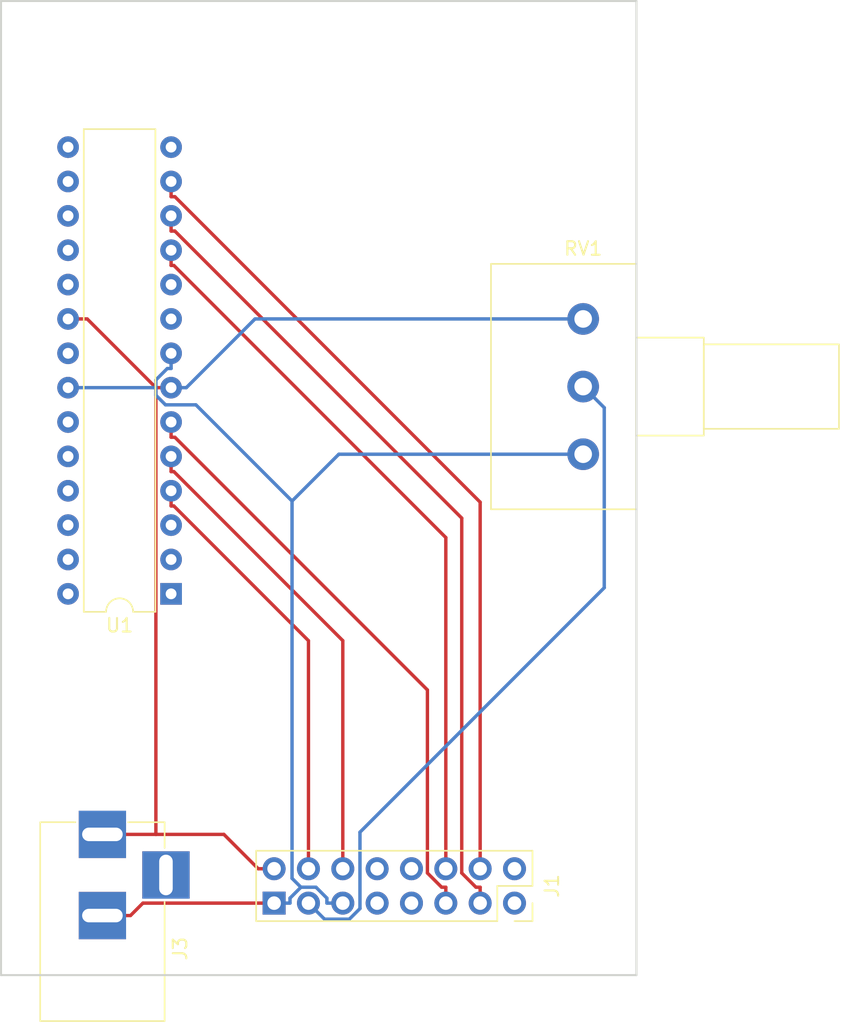
<source format=kicad_pcb>
(kicad_pcb (version 4) (host pcbnew 4.0.6+dfsg1-1)

  (general
    (links 16)
    (no_connects 0)
    (area 109.264999 111.044999 171.675001 186.945001)
    (thickness 1.6)
    (drawings 4)
    (tracks 72)
    (zones 0)
    (modules 4)
    (nets 10)
  )

  (page A4)
  (layers
    (0 F.Cu signal)
    (31 B.Cu signal)
    (33 F.Adhes user)
    (35 F.Paste user)
    (37 F.SilkS user)
    (39 F.Mask user)
    (40 Dwgs.User user)
    (41 Cmts.User user)
    (42 Eco1.User user)
    (43 Eco2.User user)
    (44 Edge.Cuts user)
    (45 Margin user)
    (47 F.CrtYd user)
    (49 F.Fab user)
  )

  (setup
    (last_trace_width 0.25)
    (trace_clearance 0.2)
    (zone_clearance 0.508)
    (zone_45_only no)
    (trace_min 0.2)
    (segment_width 0.2)
    (edge_width 0.15)
    (via_size 0.6)
    (via_drill 0.4)
    (via_min_size 0.4)
    (via_min_drill 0.3)
    (uvia_size 0.3)
    (uvia_drill 0.1)
    (uvias_allowed no)
    (uvia_min_size 0.2)
    (uvia_min_drill 0.1)
    (pcb_text_width 0.3)
    (pcb_text_size 1.5 1.5)
    (mod_edge_width 0.15)
    (mod_text_size 1 1)
    (mod_text_width 0.15)
    (pad_size 1.524 1.524)
    (pad_drill 0.762)
    (pad_to_mask_clearance 0.2)
    (aux_axis_origin 0 0)
    (visible_elements FFFFFF7F)
    (pcbplotparams
      (layerselection 0x00030_80000001)
      (usegerberextensions false)
      (excludeedgelayer true)
      (linewidth 0.100000)
      (plotframeref false)
      (viasonmask false)
      (mode 1)
      (useauxorigin false)
      (hpglpennumber 1)
      (hpglpenspeed 20)
      (hpglpendiameter 15)
      (hpglpenoverlay 2)
      (psnegative false)
      (psa4output false)
      (plotreference true)
      (plotvalue true)
      (plotinvisibletext false)
      (padsonsilk false)
      (subtractmaskfromsilk false)
      (outputformat 1)
      (mirror false)
      (drillshape 1)
      (scaleselection 1)
      (outputdirectory circuits/))
  )

  (net 0 "")
  (net 1 GND)
  (net 2 +5V)
  (net 3 "Net-(J1-Pad3)")
  (net 4 /PD2)
  (net 5 /PD3)
  (net 6 /PD4)
  (net 7 /PD5)
  (net 8 /PD6)
  (net 9 /PD7)

  (net_class Default "This is the default net class."
    (clearance 0.2)
    (trace_width 0.25)
    (via_dia 0.6)
    (via_drill 0.4)
    (uvia_dia 0.3)
    (uvia_drill 0.1)
    (add_net +5V)
    (add_net /PD2)
    (add_net /PD3)
    (add_net /PD4)
    (add_net /PD5)
    (add_net /PD6)
    (add_net /PD7)
    (add_net GND)
    (add_net "Net-(J1-Pad3)")
  )

  (module Potentiometer_THT:Potentiometer_Alps_RK163_Single_Horizontal (layer F.Cu) (tedit 5A3D4993) (tstamp 5A51E50A)
    (at 152.4 144.62)
    (descr "Potentiometer, horizontal, Alps RK163 Single, http://www.alps.com/prod/info/E/HTML/Potentiometer/RotaryPotentiometers/RK16/RK16_list.html")
    (tags "Potentiometer horizontal Alps RK163 Single")
    (path /5A4CE2EF)
    (fp_text reference RV1 (at 0 -15.2) (layer F.SilkS)
      (effects (font (size 1 1) (thickness 0.15)))
    )
    (fp_text value 5k (at 0 5.2) (layer F.Fab)
      (effects (font (size 1 1) (thickness 0.15)))
    )
    (fp_line (start -6.7 -13.95) (end -6.7 3.95) (layer F.Fab) (width 0.1))
    (fp_line (start -6.7 3.95) (end 3.8 3.95) (layer F.Fab) (width 0.1))
    (fp_line (start 3.8 3.95) (end 3.8 -13.95) (layer F.Fab) (width 0.1))
    (fp_line (start 3.8 -13.95) (end -6.7 -13.95) (layer F.Fab) (width 0.1))
    (fp_line (start 3.8 -8.5) (end 3.8 -1.5) (layer F.Fab) (width 0.1))
    (fp_line (start 3.8 -1.5) (end 8.8 -1.5) (layer F.Fab) (width 0.1))
    (fp_line (start 8.8 -1.5) (end 8.8 -8.5) (layer F.Fab) (width 0.1))
    (fp_line (start 8.8 -8.5) (end 3.8 -8.5) (layer F.Fab) (width 0.1))
    (fp_line (start 8.8 -8) (end 8.8 -2) (layer F.Fab) (width 0.1))
    (fp_line (start 8.8 -2) (end 18.8 -2) (layer F.Fab) (width 0.1))
    (fp_line (start 18.8 -2) (end 18.8 -8) (layer F.Fab) (width 0.1))
    (fp_line (start 18.8 -8) (end 8.8 -8) (layer F.Fab) (width 0.1))
    (fp_line (start -6.82 -14.07) (end 3.92 -14.07) (layer F.SilkS) (width 0.12))
    (fp_line (start -6.82 4.07) (end 3.92 4.07) (layer F.SilkS) (width 0.12))
    (fp_line (start -6.82 -14.07) (end -6.82 4.07) (layer F.SilkS) (width 0.12))
    (fp_line (start 3.92 -14.07) (end 3.92 4.07) (layer F.SilkS) (width 0.12))
    (fp_line (start 3.92 -8.62) (end 8.92 -8.62) (layer F.SilkS) (width 0.12))
    (fp_line (start 3.92 -1.38) (end 8.92 -1.38) (layer F.SilkS) (width 0.12))
    (fp_line (start 3.92 -8.62) (end 3.92 -1.38) (layer F.SilkS) (width 0.12))
    (fp_line (start 8.92 -8.62) (end 8.92 -1.38) (layer F.SilkS) (width 0.12))
    (fp_line (start 8.92 -8.12) (end 18.92 -8.12) (layer F.SilkS) (width 0.12))
    (fp_line (start 8.92 -1.879) (end 18.92 -1.879) (layer F.SilkS) (width 0.12))
    (fp_line (start 8.92 -8.12) (end 8.92 -1.879) (layer F.SilkS) (width 0.12))
    (fp_line (start 18.92 -8.12) (end 18.92 -1.879) (layer F.SilkS) (width 0.12))
    (fp_line (start -6.95 -14.2) (end -6.95 4.2) (layer F.CrtYd) (width 0.05))
    (fp_line (start -6.95 4.2) (end 19.05 4.2) (layer F.CrtYd) (width 0.05))
    (fp_line (start 19.05 4.2) (end 19.05 -14.2) (layer F.CrtYd) (width 0.05))
    (fp_line (start 19.05 -14.2) (end -6.95 -14.2) (layer F.CrtYd) (width 0.05))
    (fp_text user %R (at -1.45 -5) (layer F.Fab)
      (effects (font (size 1 1) (thickness 0.15)))
    )
    (pad 3 thru_hole circle (at 0 -10) (size 2.34 2.34) (drill 1.3) (layers *.Cu *.Mask)
      (net 2 +5V))
    (pad 2 thru_hole circle (at 0 -5) (size 2.34 2.34) (drill 1.3) (layers *.Cu *.Mask)
      (net 3 "Net-(J1-Pad3)"))
    (pad 1 thru_hole circle (at 0 0) (size 2.34 2.34) (drill 1.3) (layers *.Cu *.Mask)
      (net 1 GND))
    (model ${KISYS3DMOD}/Potentiometer_THT.3dshapes/Potentiometer_Alps_RK163_Single_Horizontal.wrl
      (at (xyz 0 0 0))
      (scale (xyz 1 1 1))
      (rotate (xyz 0 0 0))
    )
  )

  (module Package_DIP:DIP-28_W7.62mm (layer F.Cu) (tedit 5A02E8C5) (tstamp 5A51E52A)
    (at 121.92 154.94 180)
    (descr "28-lead though-hole mounted DIP package, row spacing 7.62 mm (300 mils)")
    (tags "THT DIP DIL PDIP 2.54mm 7.62mm 300mil")
    (path /5A4CDD6E)
    (fp_text reference U1 (at 3.81 -2.33 180) (layer F.SilkS)
      (effects (font (size 1 1) (thickness 0.15)))
    )
    (fp_text value ATMEGA168A-PU (at 3.81 35.35 180) (layer F.Fab)
      (effects (font (size 1 1) (thickness 0.15)))
    )
    (fp_arc (start 3.81 -1.33) (end 2.81 -1.33) (angle -180) (layer F.SilkS) (width 0.12))
    (fp_line (start 1.635 -1.27) (end 6.985 -1.27) (layer F.Fab) (width 0.1))
    (fp_line (start 6.985 -1.27) (end 6.985 34.29) (layer F.Fab) (width 0.1))
    (fp_line (start 6.985 34.29) (end 0.635 34.29) (layer F.Fab) (width 0.1))
    (fp_line (start 0.635 34.29) (end 0.635 -0.27) (layer F.Fab) (width 0.1))
    (fp_line (start 0.635 -0.27) (end 1.635 -1.27) (layer F.Fab) (width 0.1))
    (fp_line (start 2.81 -1.33) (end 1.16 -1.33) (layer F.SilkS) (width 0.12))
    (fp_line (start 1.16 -1.33) (end 1.16 34.35) (layer F.SilkS) (width 0.12))
    (fp_line (start 1.16 34.35) (end 6.46 34.35) (layer F.SilkS) (width 0.12))
    (fp_line (start 6.46 34.35) (end 6.46 -1.33) (layer F.SilkS) (width 0.12))
    (fp_line (start 6.46 -1.33) (end 4.81 -1.33) (layer F.SilkS) (width 0.12))
    (fp_line (start -1.1 -1.55) (end -1.1 34.55) (layer F.CrtYd) (width 0.05))
    (fp_line (start -1.1 34.55) (end 8.7 34.55) (layer F.CrtYd) (width 0.05))
    (fp_line (start 8.7 34.55) (end 8.7 -1.55) (layer F.CrtYd) (width 0.05))
    (fp_line (start 8.7 -1.55) (end -1.1 -1.55) (layer F.CrtYd) (width 0.05))
    (fp_text user %R (at 3.81 16.51 180) (layer F.Fab)
      (effects (font (size 1 1) (thickness 0.15)))
    )
    (pad 1 thru_hole rect (at 0 0 180) (size 1.6 1.6) (drill 0.8) (layers *.Cu *.Mask))
    (pad 15 thru_hole oval (at 7.62 33.02 180) (size 1.6 1.6) (drill 0.8) (layers *.Cu *.Mask))
    (pad 2 thru_hole oval (at 0 2.54 180) (size 1.6 1.6) (drill 0.8) (layers *.Cu *.Mask))
    (pad 16 thru_hole oval (at 7.62 30.48 180) (size 1.6 1.6) (drill 0.8) (layers *.Cu *.Mask))
    (pad 3 thru_hole oval (at 0 5.08 180) (size 1.6 1.6) (drill 0.8) (layers *.Cu *.Mask))
    (pad 17 thru_hole oval (at 7.62 27.94 180) (size 1.6 1.6) (drill 0.8) (layers *.Cu *.Mask))
    (pad 4 thru_hole oval (at 0 7.62 180) (size 1.6 1.6) (drill 0.8) (layers *.Cu *.Mask)
      (net 4 /PD2))
    (pad 18 thru_hole oval (at 7.62 25.4 180) (size 1.6 1.6) (drill 0.8) (layers *.Cu *.Mask))
    (pad 5 thru_hole oval (at 0 10.16 180) (size 1.6 1.6) (drill 0.8) (layers *.Cu *.Mask)
      (net 5 /PD3))
    (pad 19 thru_hole oval (at 7.62 22.86 180) (size 1.6 1.6) (drill 0.8) (layers *.Cu *.Mask))
    (pad 6 thru_hole oval (at 0 12.7 180) (size 1.6 1.6) (drill 0.8) (layers *.Cu *.Mask)
      (net 6 /PD4))
    (pad 20 thru_hole oval (at 7.62 20.32 180) (size 1.6 1.6) (drill 0.8) (layers *.Cu *.Mask)
      (net 2 +5V))
    (pad 7 thru_hole oval (at 0 15.24 180) (size 1.6 1.6) (drill 0.8) (layers *.Cu *.Mask)
      (net 2 +5V))
    (pad 21 thru_hole oval (at 7.62 17.78 180) (size 1.6 1.6) (drill 0.8) (layers *.Cu *.Mask))
    (pad 8 thru_hole oval (at 0 17.78 180) (size 1.6 1.6) (drill 0.8) (layers *.Cu *.Mask)
      (net 1 GND))
    (pad 22 thru_hole oval (at 7.62 15.24 180) (size 1.6 1.6) (drill 0.8) (layers *.Cu *.Mask)
      (net 1 GND))
    (pad 9 thru_hole oval (at 0 20.32 180) (size 1.6 1.6) (drill 0.8) (layers *.Cu *.Mask))
    (pad 23 thru_hole oval (at 7.62 12.7 180) (size 1.6 1.6) (drill 0.8) (layers *.Cu *.Mask))
    (pad 10 thru_hole oval (at 0 22.86 180) (size 1.6 1.6) (drill 0.8) (layers *.Cu *.Mask))
    (pad 24 thru_hole oval (at 7.62 10.16 180) (size 1.6 1.6) (drill 0.8) (layers *.Cu *.Mask))
    (pad 11 thru_hole oval (at 0 25.4 180) (size 1.6 1.6) (drill 0.8) (layers *.Cu *.Mask)
      (net 7 /PD5))
    (pad 25 thru_hole oval (at 7.62 7.62 180) (size 1.6 1.6) (drill 0.8) (layers *.Cu *.Mask))
    (pad 12 thru_hole oval (at 0 27.94 180) (size 1.6 1.6) (drill 0.8) (layers *.Cu *.Mask)
      (net 8 /PD6))
    (pad 26 thru_hole oval (at 7.62 5.08 180) (size 1.6 1.6) (drill 0.8) (layers *.Cu *.Mask))
    (pad 13 thru_hole oval (at 0 30.48 180) (size 1.6 1.6) (drill 0.8) (layers *.Cu *.Mask)
      (net 9 /PD7))
    (pad 27 thru_hole oval (at 7.62 2.54 180) (size 1.6 1.6) (drill 0.8) (layers *.Cu *.Mask))
    (pad 14 thru_hole oval (at 0 33.02 180) (size 1.6 1.6) (drill 0.8) (layers *.Cu *.Mask))
    (pad 28 thru_hole oval (at 7.62 0 180) (size 1.6 1.6) (drill 0.8) (layers *.Cu *.Mask))
    (model ${KISYS3DMOD}/Package_DIP.3dshapes/DIP-28_W7.62mm.wrl
      (at (xyz 0 0 0))
      (scale (xyz 1 1 1))
      (rotate (xyz 0 0 0))
    )
  )

  (module Connectors:BARREL_JACK (layer F.Cu) (tedit 5861378E) (tstamp 5A522A72)
    (at 116.84 172.72 90)
    (descr "DC Barrel Jack")
    (tags "Power Jack")
    (path /5A52198A)
    (fp_text reference J3 (at -8.45 5.75 270) (layer F.SilkS)
      (effects (font (size 1 1) (thickness 0.15)))
    )
    (fp_text value BARREL_JACK (at -6.2 -5.5 90) (layer F.Fab)
      (effects (font (size 1 1) (thickness 0.15)))
    )
    (fp_line (start 1 -4.5) (end 1 -4.75) (layer F.CrtYd) (width 0.05))
    (fp_line (start 1 -4.75) (end -14 -4.75) (layer F.CrtYd) (width 0.05))
    (fp_line (start 1 -4.5) (end 1 -2) (layer F.CrtYd) (width 0.05))
    (fp_line (start 1 -2) (end 2 -2) (layer F.CrtYd) (width 0.05))
    (fp_line (start 2 -2) (end 2 2) (layer F.CrtYd) (width 0.05))
    (fp_line (start 2 2) (end 1 2) (layer F.CrtYd) (width 0.05))
    (fp_line (start 1 2) (end 1 4.75) (layer F.CrtYd) (width 0.05))
    (fp_line (start 1 4.75) (end -1 4.75) (layer F.CrtYd) (width 0.05))
    (fp_line (start -1 4.75) (end -1 6.75) (layer F.CrtYd) (width 0.05))
    (fp_line (start -1 6.75) (end -5 6.75) (layer F.CrtYd) (width 0.05))
    (fp_line (start -5 6.75) (end -5 4.75) (layer F.CrtYd) (width 0.05))
    (fp_line (start -5 4.75) (end -14 4.75) (layer F.CrtYd) (width 0.05))
    (fp_line (start -14 4.75) (end -14 -4.75) (layer F.CrtYd) (width 0.05))
    (fp_line (start -5 4.6) (end -13.8 4.6) (layer F.SilkS) (width 0.12))
    (fp_line (start -13.8 4.6) (end -13.8 -4.6) (layer F.SilkS) (width 0.12))
    (fp_line (start 0.9 1.9) (end 0.9 4.6) (layer F.SilkS) (width 0.12))
    (fp_line (start 0.9 4.6) (end -1 4.6) (layer F.SilkS) (width 0.12))
    (fp_line (start -13.8 -4.6) (end 0.9 -4.6) (layer F.SilkS) (width 0.12))
    (fp_line (start 0.9 -4.6) (end 0.9 -2) (layer F.SilkS) (width 0.12))
    (fp_line (start -10.2 -4.5) (end -10.2 4.5) (layer F.Fab) (width 0.1))
    (fp_line (start -13.7 -4.5) (end -13.7 4.5) (layer F.Fab) (width 0.1))
    (fp_line (start -13.7 4.5) (end 0.8 4.5) (layer F.Fab) (width 0.1))
    (fp_line (start 0.8 4.5) (end 0.8 -4.5) (layer F.Fab) (width 0.1))
    (fp_line (start 0.8 -4.5) (end -13.7 -4.5) (layer F.Fab) (width 0.1))
    (pad 1 thru_hole rect (at 0 0 90) (size 3.5 3.5) (drill oval 1 3) (layers *.Cu *.Mask)
      (net 2 +5V))
    (pad 2 thru_hole rect (at -6 0 90) (size 3.5 3.5) (drill oval 1 3) (layers *.Cu *.Mask)
      (net 1 GND))
    (pad 3 thru_hole rect (at -3 4.7 90) (size 3.5 3.5) (drill oval 3 1) (layers *.Cu *.Mask))
  )

  (module Connector_PinSocket_2.54mm:PinSocket_2x08_P2.54mm_Vertical_R (layer F.Cu) (tedit 5A19A42B) (tstamp 5A5A34D4)
    (at 147.32 177.8 270)
    (descr "Through hole straight socket strip, 2x08, 2.54mm pitch, double cols (from Kicad 4.0.7), script generated")
    (tags "Through hole socket strip THT 2x08 2.54mm double row")
    (path /5A4D0265)
    (fp_text reference J1 (at -1.27 -2.77 270) (layer F.SilkS)
      (effects (font (size 1 1) (thickness 0.15)))
    )
    (fp_text value CONN_02X08 (at -1.27 20.55 270) (layer F.Fab)
      (effects (font (size 1 1) (thickness 0.15)))
    )
    (fp_line (start -3.81 -1.27) (end 0.27 -1.27) (layer F.Fab) (width 0.1))
    (fp_line (start 0.27 -1.27) (end 1.27 -0.27) (layer F.Fab) (width 0.1))
    (fp_line (start 1.27 -0.27) (end 1.27 19.05) (layer F.Fab) (width 0.1))
    (fp_line (start 1.27 19.05) (end -3.81 19.05) (layer F.Fab) (width 0.1))
    (fp_line (start -3.81 19.05) (end -3.81 -1.27) (layer F.Fab) (width 0.1))
    (fp_line (start -3.87 -1.33) (end -1.27 -1.33) (layer F.SilkS) (width 0.12))
    (fp_line (start -3.87 -1.33) (end -3.87 19.11) (layer F.SilkS) (width 0.12))
    (fp_line (start -3.87 19.11) (end 1.33 19.11) (layer F.SilkS) (width 0.12))
    (fp_line (start 1.33 1.27) (end 1.33 19.11) (layer F.SilkS) (width 0.12))
    (fp_line (start -1.27 1.27) (end 1.33 1.27) (layer F.SilkS) (width 0.12))
    (fp_line (start -1.27 -1.33) (end -1.27 1.27) (layer F.SilkS) (width 0.12))
    (fp_line (start 1.33 -1.33) (end 1.33 0) (layer F.SilkS) (width 0.12))
    (fp_line (start 0 -1.33) (end 1.33 -1.33) (layer F.SilkS) (width 0.12))
    (fp_line (start -4.34 -1.8) (end 1.76 -1.8) (layer F.CrtYd) (width 0.05))
    (fp_line (start 1.76 -1.8) (end 1.76 19.55) (layer F.CrtYd) (width 0.05))
    (fp_line (start 1.76 19.55) (end -4.34 19.55) (layer F.CrtYd) (width 0.05))
    (fp_line (start -4.34 19.55) (end -4.34 -1.8) (layer F.CrtYd) (width 0.05))
    (fp_text user %R (at -1.27 8.89 360) (layer F.Fab)
      (effects (font (size 1 1) (thickness 0.15)))
    )
    (pad 1 thru_hole rect (at 0 17.78 270) (size 1.7 1.7) (drill 1) (layers *.Cu *.Mask)
      (net 1 GND))
    (pad 2 thru_hole oval (at -2.54 17.78 270) (size 1.7 1.7) (drill 1) (layers *.Cu *.Mask)
      (net 2 +5V))
    (pad 3 thru_hole oval (at 0 15.24 270) (size 1.7 1.7) (drill 1) (layers *.Cu *.Mask)
      (net 3 "Net-(J1-Pad3)"))
    (pad 4 thru_hole oval (at -2.54 15.24 270) (size 1.7 1.7) (drill 1) (layers *.Cu *.Mask)
      (net 4 /PD2))
    (pad 5 thru_hole oval (at 0 12.7 270) (size 1.7 1.7) (drill 1) (layers *.Cu *.Mask)
      (net 1 GND))
    (pad 6 thru_hole oval (at -2.54 12.7 270) (size 1.7 1.7) (drill 1) (layers *.Cu *.Mask)
      (net 5 /PD3))
    (pad 7 thru_hole oval (at 0 10.16 270) (size 1.7 1.7) (drill 1) (layers *.Cu *.Mask))
    (pad 8 thru_hole oval (at -2.54 10.16 270) (size 1.7 1.7) (drill 1) (layers *.Cu *.Mask))
    (pad 9 thru_hole oval (at 0 7.62 270) (size 1.7 1.7) (drill 1) (layers *.Cu *.Mask))
    (pad 10 thru_hole oval (at -2.54 7.62 270) (size 1.7 1.7) (drill 1) (layers *.Cu *.Mask))
    (pad 11 thru_hole oval (at 0 5.08 270) (size 1.7 1.7) (drill 1) (layers *.Cu *.Mask)
      (net 6 /PD4))
    (pad 12 thru_hole oval (at -2.54 5.08 270) (size 1.7 1.7) (drill 1) (layers *.Cu *.Mask)
      (net 7 /PD5))
    (pad 13 thru_hole oval (at 0 2.54 270) (size 1.7 1.7) (drill 1) (layers *.Cu *.Mask)
      (net 8 /PD6))
    (pad 14 thru_hole oval (at -2.54 2.54 270) (size 1.7 1.7) (drill 1) (layers *.Cu *.Mask)
      (net 9 /PD7))
    (pad 15 thru_hole oval (at 0 0 270) (size 1.7 1.7) (drill 1) (layers *.Cu *.Mask))
    (pad 16 thru_hole oval (at -2.54 0 270) (size 1.7 1.7) (drill 1) (layers *.Cu *.Mask))
    (model ${KISYS3DMOD}/Connector_PinSocket_2.54mm.3dshapes/PinSocket_2x08_P2.54mm_Vertical.wrl
      (at (xyz 0 0 0))
      (scale (xyz 1 1 1))
      (rotate (xyz 0 0 0))
    )
  )

  (gr_line (start 109.34 111.12) (end 109.34 183.12) (layer Edge.Cuts) (width 0.15) (tstamp 5A521241))
  (gr_line (start 109.34 183.12) (end 156.34 183.12) (layer Edge.Cuts) (width 0.15) (tstamp 5A521223))
  (gr_line (start 156.34 111.12) (end 156.34 183.12) (layer Edge.Cuts) (width 0.15))
  (gr_line (start 109.34 111.12) (end 156.34 111.12) (layer Edge.Cuts) (width 0.15))

  (segment (start 114.3 139.7) (end 115.4253 139.7) (width 0.25) (layer B.Cu) (net 1))
  (segment (start 119.8353 177.8) (end 118.9153 178.72) (width 0.25) (layer F.Cu) (net 1))
  (segment (start 129.54 177.8) (end 119.8353 177.8) (width 0.25) (layer F.Cu) (net 1))
  (segment (start 116.84 178.72) (end 118.9153 178.72) (width 0.25) (layer F.Cu) (net 1))
  (segment (start 115.4253 139.7) (end 120.7946 139.7) (width 0.25) (layer B.Cu) (net 1))
  (segment (start 121.6387 138.2853) (end 121.92 138.2853) (width 0.25) (layer B.Cu) (net 1))
  (segment (start 120.7946 139.1294) (end 121.6387 138.2853) (width 0.25) (layer B.Cu) (net 1))
  (segment (start 120.7946 139.7) (end 120.7946 139.1294) (width 0.25) (layer B.Cu) (net 1))
  (segment (start 121.92 137.16) (end 121.92 138.2853) (width 0.25) (layer B.Cu) (net 1))
  (segment (start 134.62 177.8) (end 133.4447 177.8) (width 0.25) (layer B.Cu) (net 1))
  (segment (start 129.54 177.8) (end 130.7153 177.8) (width 0.25) (layer B.Cu) (net 1))
  (segment (start 120.7946 140.2557) (end 120.7946 139.7) (width 0.25) (layer B.Cu) (net 1))
  (segment (start 121.5089 140.97) (end 120.7946 140.2557) (width 0.25) (layer B.Cu) (net 1))
  (segment (start 123.7565 140.97) (end 121.5089 140.97) (width 0.25) (layer B.Cu) (net 1))
  (segment (start 130.8663 148.0798) (end 123.7565 140.97) (width 0.25) (layer B.Cu) (net 1))
  (segment (start 134.3261 144.62) (end 152.4 144.62) (width 0.25) (layer B.Cu) (net 1))
  (segment (start 130.8663 148.0798) (end 134.3261 144.62) (width 0.25) (layer B.Cu) (net 1))
  (segment (start 130.8663 175.9678) (end 130.8663 148.0798) (width 0.25) (layer B.Cu) (net 1))
  (segment (start 131.5232 176.6247) (end 130.8663 175.9678) (width 0.25) (layer B.Cu) (net 1))
  (segment (start 132.6367 176.6247) (end 131.5232 176.6247) (width 0.25) (layer B.Cu) (net 1))
  (segment (start 133.4447 177.4327) (end 132.6367 176.6247) (width 0.25) (layer B.Cu) (net 1))
  (segment (start 133.4447 177.8) (end 133.4447 177.4327) (width 0.25) (layer B.Cu) (net 1))
  (segment (start 130.7153 177.4326) (end 130.7153 177.8) (width 0.25) (layer B.Cu) (net 1))
  (segment (start 131.5232 176.6247) (end 130.7153 177.4326) (width 0.25) (layer B.Cu) (net 1))
  (segment (start 115.7147 134.62) (end 114.3 134.62) (width 0.25) (layer F.Cu) (net 2))
  (segment (start 120.7947 139.7) (end 115.7147 134.62) (width 0.25) (layer F.Cu) (net 2))
  (segment (start 121.92 139.7) (end 120.7947 139.7) (width 0.25) (layer F.Cu) (net 2))
  (segment (start 129.54 175.26) (end 128.3647 175.26) (width 0.25) (layer F.Cu) (net 2))
  (segment (start 120.7947 172.72) (end 120.7947 139.7) (width 0.25) (layer F.Cu) (net 2))
  (segment (start 125.8247 172.72) (end 120.7947 172.72) (width 0.25) (layer F.Cu) (net 2))
  (segment (start 128.3647 175.26) (end 125.8247 172.72) (width 0.25) (layer F.Cu) (net 2))
  (segment (start 120.7947 172.72) (end 116.84 172.72) (width 0.25) (layer F.Cu) (net 2))
  (segment (start 128.1253 134.62) (end 152.4 134.62) (width 0.25) (layer B.Cu) (net 2))
  (segment (start 123.0453 139.7) (end 128.1253 134.62) (width 0.25) (layer B.Cu) (net 2))
  (segment (start 121.92 139.7) (end 123.0453 139.7) (width 0.25) (layer B.Cu) (net 2))
  (segment (start 133.2682 178.9882) (end 132.08 177.8) (width 0.25) (layer B.Cu) (net 3))
  (segment (start 135.1047 178.9882) (end 133.2682 178.9882) (width 0.25) (layer B.Cu) (net 3))
  (segment (start 135.89 178.2029) (end 135.1047 178.9882) (width 0.25) (layer B.Cu) (net 3))
  (segment (start 135.89 172.5574) (end 135.89 178.2029) (width 0.25) (layer B.Cu) (net 3))
  (segment (start 153.9584 154.489) (end 135.89 172.5574) (width 0.25) (layer B.Cu) (net 3))
  (segment (start 153.9584 141.1784) (end 153.9584 154.489) (width 0.25) (layer B.Cu) (net 3))
  (segment (start 152.4 139.62) (end 153.9584 141.1784) (width 0.25) (layer B.Cu) (net 3))
  (segment (start 121.92 147.32) (end 121.92 148.4453) (width 0.25) (layer F.Cu) (net 4))
  (segment (start 132.08 158.4008) (end 132.08 175.26) (width 0.25) (layer F.Cu) (net 4))
  (segment (start 122.1245 148.4453) (end 132.08 158.4008) (width 0.25) (layer F.Cu) (net 4))
  (segment (start 121.92 148.4453) (end 122.1245 148.4453) (width 0.25) (layer F.Cu) (net 4))
  (segment (start 121.92 144.78) (end 121.92 145.9053) (width 0.25) (layer F.Cu) (net 5))
  (segment (start 134.62 158.4008) (end 134.62 175.26) (width 0.25) (layer F.Cu) (net 5))
  (segment (start 122.1245 145.9053) (end 134.62 158.4008) (width 0.25) (layer F.Cu) (net 5))
  (segment (start 121.92 145.9053) (end 122.1245 145.9053) (width 0.25) (layer F.Cu) (net 5))
  (segment (start 142.24 177.8) (end 142.24 176.6247) (width 0.25) (layer F.Cu) (net 6))
  (segment (start 121.92 142.24) (end 121.92 143.3653) (width 0.25) (layer F.Cu) (net 6))
  (segment (start 141.9284 176.6247) (end 142.24 176.6247) (width 0.25) (layer F.Cu) (net 6))
  (segment (start 140.8781 175.5744) (end 141.9284 176.6247) (width 0.25) (layer F.Cu) (net 6))
  (segment (start 140.8781 162.0421) (end 140.8781 175.5744) (width 0.25) (layer F.Cu) (net 6))
  (segment (start 122.2013 143.3653) (end 140.8781 162.0421) (width 0.25) (layer F.Cu) (net 6))
  (segment (start 121.92 143.3653) (end 122.2013 143.3653) (width 0.25) (layer F.Cu) (net 6))
  (segment (start 121.92 129.54) (end 121.92 130.6653) (width 0.25) (layer F.Cu) (net 7))
  (segment (start 142.24 150.7808) (end 142.24 175.26) (width 0.25) (layer F.Cu) (net 7))
  (segment (start 122.1245 130.6653) (end 142.24 150.7808) (width 0.25) (layer F.Cu) (net 7))
  (segment (start 121.92 130.6653) (end 122.1245 130.6653) (width 0.25) (layer F.Cu) (net 7))
  (segment (start 144.78 177.8) (end 144.78 176.6247) (width 0.25) (layer F.Cu) (net 8))
  (segment (start 121.92 127) (end 121.92 128.1253) (width 0.25) (layer F.Cu) (net 8))
  (segment (start 144.4684 176.6247) (end 144.78 176.6247) (width 0.25) (layer F.Cu) (net 8))
  (segment (start 143.4181 175.5744) (end 144.4684 176.6247) (width 0.25) (layer F.Cu) (net 8))
  (segment (start 143.4181 149.3421) (end 143.4181 175.5744) (width 0.25) (layer F.Cu) (net 8))
  (segment (start 122.2013 128.1253) (end 143.4181 149.3421) (width 0.25) (layer F.Cu) (net 8))
  (segment (start 121.92 128.1253) (end 122.2013 128.1253) (width 0.25) (layer F.Cu) (net 8))
  (segment (start 122.2013 125.5853) (end 121.92 125.5853) (width 0.25) (layer F.Cu) (net 9))
  (segment (start 144.78 148.164) (end 122.2013 125.5853) (width 0.25) (layer F.Cu) (net 9))
  (segment (start 144.78 175.26) (end 144.78 148.164) (width 0.25) (layer F.Cu) (net 9))
  (segment (start 121.92 124.46) (end 121.92 125.5853) (width 0.25) (layer F.Cu) (net 9))

)

</source>
